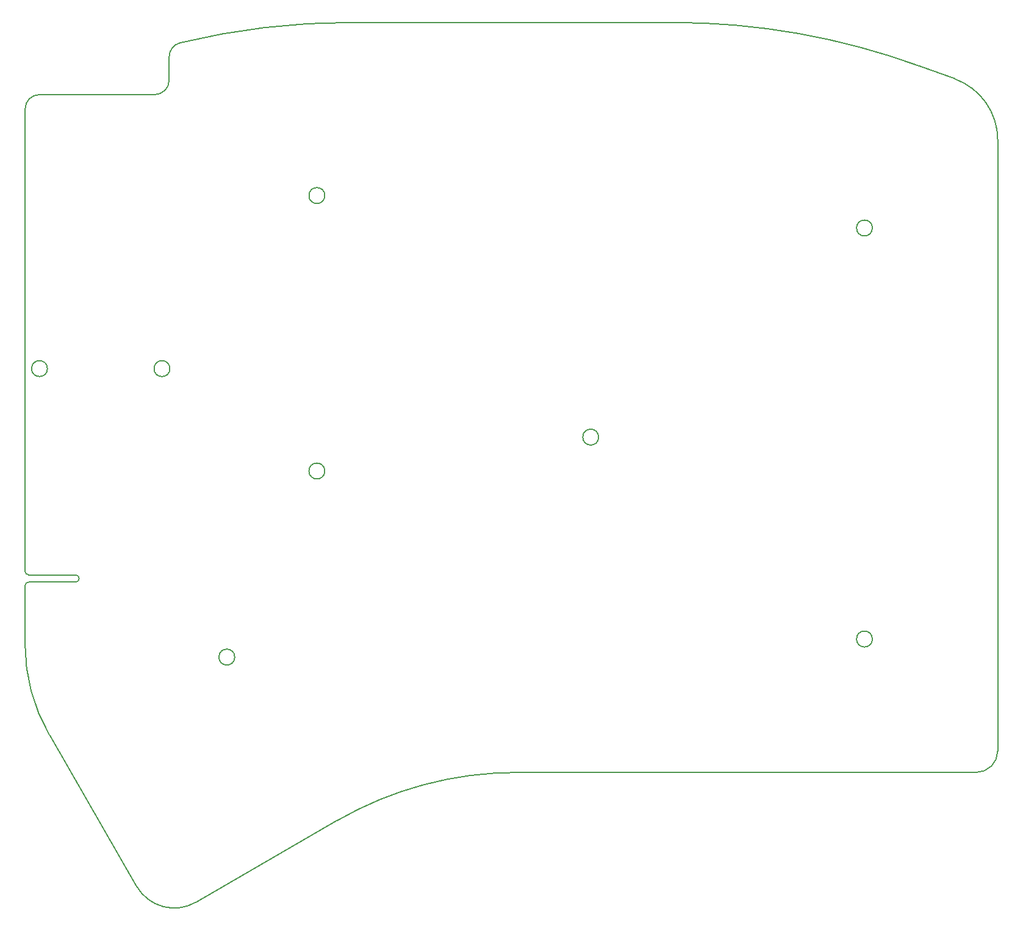
<source format=gbr>
%TF.GenerationSoftware,KiCad,Pcbnew,7.0.5*%
%TF.CreationDate,2023-11-26T00:40:17+09:00*%
%TF.ProjectId,Ultramarine-2_UnderCover,556c7472-616d-4617-9269-6e652d325f55,rev?*%
%TF.SameCoordinates,Original*%
%TF.FileFunction,Profile,NP*%
%FSLAX46Y46*%
G04 Gerber Fmt 4.6, Leading zero omitted, Abs format (unit mm)*
G04 Created by KiCad (PCBNEW 7.0.5) date 2023-11-26 00:40:17*
%MOMM*%
%LPD*%
G01*
G04 APERTURE LIST*
%TA.AperFunction,Profile*%
%ADD10C,0.200000*%
%TD*%
G04 APERTURE END LIST*
D10*
X77000000Y-107600001D02*
G75*
G03*
X77000001Y-106599999I0J500001D01*
G01*
X77000001Y-106599999D02*
X70500001Y-106599999D01*
X77000000Y-107600000D02*
X70500000Y-107600000D01*
X70000001Y-106099999D02*
G75*
G03*
X70500001Y-106599999I499999J-1D01*
G01*
X70500001Y-107600001D02*
G75*
G03*
X70000001Y-108100001I-1J-499999D01*
G01*
X70000000Y-116258330D02*
X70000001Y-108100001D01*
X73100000Y-78000000D02*
G75*
G03*
X73100000Y-78000000I-1100000J0D01*
G01*
X205000002Y-46301868D02*
G75*
G03*
X199078181Y-37844634I-8999902J68D01*
G01*
X70000000Y-42000000D02*
X70000001Y-106099999D01*
X159892528Y-30000000D02*
X115107472Y-30000000D01*
X202000000Y-134000000D02*
G75*
G03*
X205000000Y-131000000I0J3000000D01*
G01*
X187600000Y-115500000D02*
G75*
G03*
X187600000Y-115500000I-1100000J0D01*
G01*
X115107472Y-30000006D02*
G75*
G03*
X91528419Y-32819610I-72J-99999594D01*
G01*
X93696152Y-152000000D02*
X113270527Y-140698730D01*
X88000000Y-40000000D02*
G75*
G03*
X90000000Y-38000000I0J2000000D01*
G01*
X138270527Y-133999991D02*
G75*
G03*
X113270527Y-140698730I73J-50000209D01*
G01*
X73349365Y-128758330D02*
X85500000Y-149803848D01*
X70000009Y-116258330D02*
G75*
G03*
X73349366Y-128758330I24999791J-70D01*
G01*
X187600000Y-58500000D02*
G75*
G03*
X187600000Y-58500000I-1100000J0D01*
G01*
X91528415Y-32819593D02*
G75*
G03*
X90000000Y-34763218I471585J-1943607D01*
G01*
X85499999Y-149803849D02*
G75*
G03*
X93696152Y-151999999I5196151J2999999D01*
G01*
X111600000Y-54000000D02*
G75*
G03*
X111600000Y-54000000I-1100000J0D01*
G01*
X99100000Y-118000000D02*
G75*
G03*
X99100000Y-118000000I-1100000J0D01*
G01*
X149600000Y-87500000D02*
G75*
G03*
X149600000Y-87500000I-1100000J0D01*
G01*
X194094545Y-36030730D02*
G75*
G03*
X159892528Y-30000000I-34202045J-93969570D01*
G01*
X199078181Y-37844634D02*
X194094542Y-36030738D01*
X88000000Y-40000000D02*
X72000000Y-40000000D01*
X72000000Y-40000000D02*
G75*
G03*
X70000000Y-42000000I0J-2000000D01*
G01*
X90100000Y-78000000D02*
G75*
G03*
X90100000Y-78000000I-1100000J0D01*
G01*
X111600000Y-92200000D02*
G75*
G03*
X111600000Y-92200000I-1100000J0D01*
G01*
X138270527Y-134000000D02*
X202000000Y-134000000D01*
X90000000Y-34763218D02*
X90000000Y-38000000D01*
X205000000Y-131000000D02*
X205000000Y-46301868D01*
M02*

</source>
